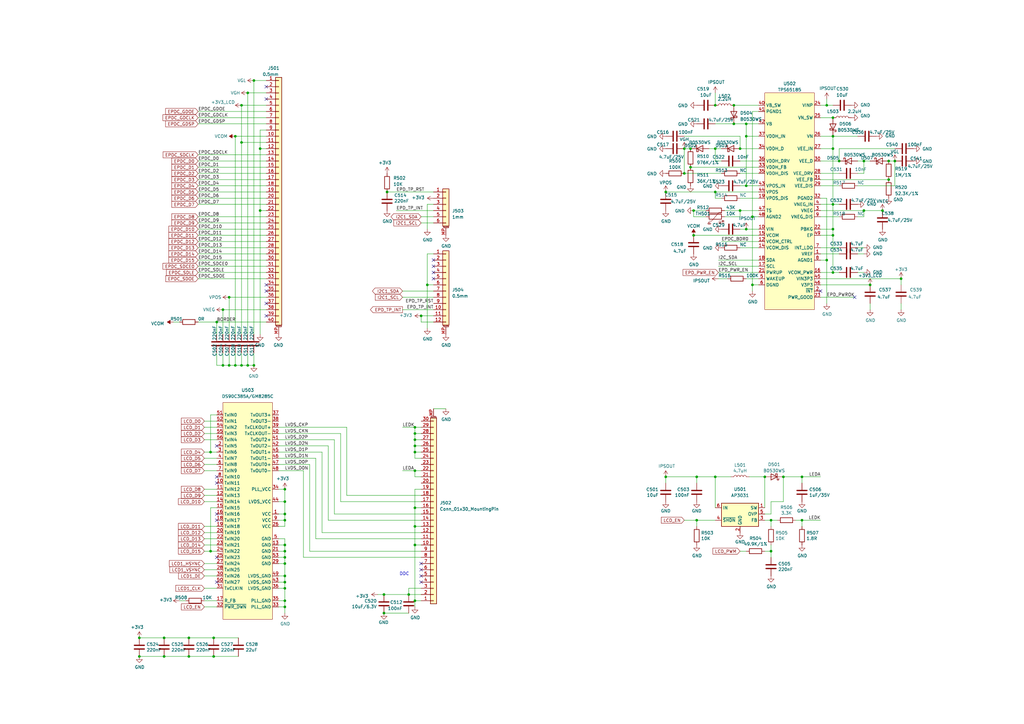
<source format=kicad_sch>
(kicad_sch (version 20210621) (generator eeschema)
  (paper "A3")
  (title_block (title "NekoInk Mainboard") (date "2021-08-21") (rev "R0.1") (company "Copyright 2021 Wenting Zhang") (comment 2 "MERCHANTABILITY, SATISFACTORY QUALITY AND FITNESS FOR A PARTICULAR PURPOSE.") (comment 3 "This source is distributed WITHOUT ANY EXPRESS OR IMPLIED WARRANTY, INCLUDING OF") (comment 4 "This source describes Open Hardware and is licensed under the CERN-OHL-P v2."))
  (junction (at 57.15 261.62) (diameter 0.9144))
  (junction (at 57.15 269.24) (diameter 0.9144))
  (junction (at 67.31 261.62) (diameter 0.9144))
  (junction (at 67.31 269.24) (diameter 0.9144))
  (junction (at 77.47 261.62) (diameter 0.9144))
  (junction (at 77.47 269.24) (diameter 0.9144))
  (junction (at 86.36 185.42) (diameter 0.9144))
  (junction (at 86.36 226.06) (diameter 0.9144))
  (junction (at 87.63 261.62) (diameter 0.9144))
  (junction (at 87.63 269.24) (diameter 0.9144))
  (junction (at 88.9 132.08) (diameter 0.9144))
  (junction (at 91.44 127) (diameter 0.9144))
  (junction (at 91.44 149.86) (diameter 0.9144))
  (junction (at 93.98 121.92) (diameter 0.9144))
  (junction (at 93.98 149.86) (diameter 0.9144))
  (junction (at 96.52 55.88) (diameter 0.9144))
  (junction (at 96.52 149.86) (diameter 0.9144))
  (junction (at 99.06 43.18) (diameter 0.9144))
  (junction (at 99.06 58.42) (diameter 0.9144))
  (junction (at 99.06 149.86) (diameter 0.9144))
  (junction (at 101.6 38.1) (diameter 0.9144))
  (junction (at 101.6 149.86) (diameter 0.9144))
  (junction (at 104.14 33.02) (diameter 0.9144))
  (junction (at 104.14 149.86) (diameter 0.9144))
  (junction (at 106.68 60.96) (diameter 0.9144))
  (junction (at 106.68 86.36) (diameter 0.9144))
  (junction (at 116.84 200.66) (diameter 0.9144))
  (junction (at 116.84 205.74) (diameter 0.9144))
  (junction (at 116.84 210.82) (diameter 0.9144))
  (junction (at 116.84 213.36) (diameter 0.9144))
  (junction (at 116.84 223.52) (diameter 0.9144))
  (junction (at 116.84 226.06) (diameter 0.9144))
  (junction (at 116.84 228.6) (diameter 0.9144))
  (junction (at 116.84 231.14) (diameter 0.9144))
  (junction (at 116.84 236.22) (diameter 0.9144))
  (junction (at 116.84 238.76) (diameter 0.9144))
  (junction (at 116.84 241.3) (diameter 0.9144))
  (junction (at 116.84 246.38) (diameter 0.9144))
  (junction (at 116.84 248.92) (diameter 0.9144))
  (junction (at 157.48 243.84) (diameter 0.9144))
  (junction (at 157.48 251.46) (diameter 0.9144))
  (junction (at 158.75 78.74) (diameter 0.9144))
  (junction (at 167.64 243.84) (diameter 0.9144))
  (junction (at 170.18 175.26) (diameter 0.9144))
  (junction (at 170.18 177.8) (diameter 0.9144))
  (junction (at 170.18 180.34) (diameter 0.9144))
  (junction (at 170.18 182.88) (diameter 0.9144))
  (junction (at 170.18 185.42) (diameter 0.9144))
  (junction (at 170.18 193.04) (diameter 0.9144))
  (junction (at 170.18 208.28) (diameter 0.9144))
  (junction (at 170.18 215.9) (diameter 0.9144))
  (junction (at 170.18 223.52) (diameter 0.9144))
  (junction (at 170.18 246.38) (diameter 0.9144))
  (junction (at 172.72 129.54) (diameter 0.9144))
  (junction (at 175.26 116.84) (diameter 0.9144))
  (junction (at 273.05 78.74) (diameter 0.9144))
  (junction (at 273.05 195.58) (diameter 0.9144))
  (junction (at 280.67 60.96) (diameter 0.9144))
  (junction (at 280.67 71.12) (diameter 0.9144))
  (junction (at 283.21 60.96) (diameter 0.9144))
  (junction (at 283.21 68.58) (diameter 0.9144))
  (junction (at 284.48 86.36) (diameter 0.9144))
  (junction (at 284.48 96.52) (diameter 0.9144))
  (junction (at 285.75 195.58) (diameter 0.9144))
  (junction (at 285.75 213.36) (diameter 0.9144))
  (junction (at 293.37 43.18) (diameter 0.9144))
  (junction (at 293.37 60.96) (diameter 0.9144))
  (junction (at 293.37 78.74) (diameter 0.9144))
  (junction (at 293.37 195.58) (diameter 0.9144))
  (junction (at 300.99 43.18) (diameter 0.9144))
  (junction (at 300.99 50.8) (diameter 0.9144))
  (junction (at 303.53 60.96) (diameter 0.9144))
  (junction (at 303.53 86.36) (diameter 0.9144))
  (junction (at 306.07 50.8) (diameter 0.9144))
  (junction (at 306.07 55.88) (diameter 0.9144))
  (junction (at 306.07 76.2) (diameter 0.9144))
  (junction (at 306.07 93.98) (diameter 0.9144))
  (junction (at 308.61 88.9) (diameter 0.9144))
  (junction (at 308.61 116.84) (diameter 0.9144))
  (junction (at 313.69 195.58) (diameter 0.9144))
  (junction (at 316.23 213.36) (diameter 0.9144))
  (junction (at 316.23 226.06) (diameter 0.9144))
  (junction (at 321.31 195.58) (diameter 0.9144))
  (junction (at 328.93 195.58) (diameter 0.9144))
  (junction (at 328.93 213.36) (diameter 0.9144))
  (junction (at 339.09 43.18) (diameter 0.9144))
  (junction (at 339.09 106.68) (diameter 0.9144))
  (junction (at 341.63 48.26) (diameter 0.9144))
  (junction (at 341.63 55.88) (diameter 0.9144))
  (junction (at 341.63 60.96) (diameter 0.9144))
  (junction (at 341.63 83.82) (diameter 0.9144))
  (junction (at 341.63 93.98) (diameter 0.9144))
  (junction (at 341.63 96.52) (diameter 0.9144))
  (junction (at 341.63 111.76) (diameter 0.9144))
  (junction (at 344.17 66.04) (diameter 0.9144))
  (junction (at 354.33 66.04) (diameter 0.9144))
  (junction (at 354.33 86.36) (diameter 0.9144))
  (junction (at 356.87 116.84) (diameter 0.9144))
  (junction (at 361.95 86.36) (diameter 0.9144))
  (junction (at 364.49 66.04) (diameter 0.9144))
  (junction (at 364.49 73.66) (diameter 0.9144))
  (junction (at 367.03 66.04) (diameter 0.9144))
  (junction (at 369.57 114.3) (diameter 0.9144))
  (no_connect (at 88.9 182.88))
  (no_connect (at 88.9 195.58))
  (no_connect (at 88.9 198.12))
  (no_connect (at 88.9 210.82))
  (no_connect (at 88.9 213.36))
  (no_connect (at 88.9 228.6))
  (no_connect (at 88.9 238.76))
  (no_connect (at 109.22 35.56))
  (no_connect (at 109.22 40.64))
  (no_connect (at 109.22 116.84))
  (no_connect (at 109.22 119.38))
  (no_connect (at 109.22 124.46))
  (no_connect (at 109.22 129.54))
  (no_connect (at 172.72 231.14))
  (no_connect (at 172.72 233.68))
  (no_connect (at 172.72 236.22))
  (no_connect (at 172.72 238.76))
  (no_connect (at 177.8 106.68))
  (no_connect (at 177.8 109.22))
  (no_connect (at 177.8 111.76))
  (no_connect (at 177.8 114.3))
  (no_connect (at 336.55 119.38))
  (no_connect (at 350.52 121.92))
  (wire (pts (xy 57.15 261.62) (xy 67.31 261.62)))
  (wire (pts (xy 67.31 269.24) (xy 57.15 269.24)))
  (wire (pts (xy 71.12 132.08) (xy 73.66 132.08)))
  (wire (pts (xy 73.66 246.38) (xy 76.2 246.38)))
  (wire (pts (xy 77.47 261.62) (xy 67.31 261.62)))
  (wire (pts (xy 77.47 269.24) (xy 67.31 269.24)))
  (wire (pts (xy 81.28 45.72) (xy 109.22 45.72)))
  (wire (pts (xy 81.28 48.26) (xy 109.22 48.26)))
  (wire (pts (xy 81.28 50.8) (xy 109.22 50.8)))
  (wire (pts (xy 81.28 63.5) (xy 109.22 63.5)))
  (wire (pts (xy 81.28 66.04) (xy 109.22 66.04)))
  (wire (pts (xy 81.28 68.58) (xy 109.22 68.58)))
  (wire (pts (xy 81.28 71.12) (xy 109.22 71.12)))
  (wire (pts (xy 81.28 73.66) (xy 109.22 73.66)))
  (wire (pts (xy 81.28 76.2) (xy 109.22 76.2)))
  (wire (pts (xy 81.28 78.74) (xy 109.22 78.74)))
  (wire (pts (xy 81.28 81.28) (xy 109.22 81.28)))
  (wire (pts (xy 81.28 83.82) (xy 109.22 83.82)))
  (wire (pts (xy 81.28 88.9) (xy 109.22 88.9)))
  (wire (pts (xy 81.28 91.44) (xy 109.22 91.44)))
  (wire (pts (xy 81.28 93.98) (xy 109.22 93.98)))
  (wire (pts (xy 81.28 96.52) (xy 109.22 96.52)))
  (wire (pts (xy 81.28 99.06) (xy 109.22 99.06)))
  (wire (pts (xy 81.28 101.6) (xy 109.22 101.6)))
  (wire (pts (xy 81.28 104.14) (xy 109.22 104.14)))
  (wire (pts (xy 81.28 106.68) (xy 109.22 106.68)))
  (wire (pts (xy 81.28 109.22) (xy 109.22 109.22)))
  (wire (pts (xy 81.28 111.76) (xy 109.22 111.76)))
  (wire (pts (xy 81.28 114.3) (xy 109.22 114.3)))
  (wire (pts (xy 81.28 132.08) (xy 88.9 132.08)))
  (wire (pts (xy 83.82 172.72) (xy 88.9 172.72)))
  (wire (pts (xy 83.82 175.26) (xy 88.9 175.26)))
  (wire (pts (xy 83.82 177.8) (xy 88.9 177.8)))
  (wire (pts (xy 83.82 180.34) (xy 88.9 180.34)))
  (wire (pts (xy 83.82 185.42) (xy 86.36 185.42)))
  (wire (pts (xy 83.82 187.96) (xy 88.9 187.96)))
  (wire (pts (xy 83.82 190.5) (xy 88.9 190.5)))
  (wire (pts (xy 83.82 193.04) (xy 88.9 193.04)))
  (wire (pts (xy 83.82 200.66) (xy 88.9 200.66)))
  (wire (pts (xy 83.82 203.2) (xy 88.9 203.2)))
  (wire (pts (xy 83.82 205.74) (xy 88.9 205.74)))
  (wire (pts (xy 83.82 215.9) (xy 88.9 215.9)))
  (wire (pts (xy 83.82 218.44) (xy 88.9 218.44)))
  (wire (pts (xy 83.82 220.98) (xy 88.9 220.98)))
  (wire (pts (xy 83.82 223.52) (xy 88.9 223.52)))
  (wire (pts (xy 83.82 226.06) (xy 86.36 226.06)))
  (wire (pts (xy 83.82 231.14) (xy 88.9 231.14)))
  (wire (pts (xy 83.82 233.68) (xy 88.9 233.68)))
  (wire (pts (xy 83.82 236.22) (xy 88.9 236.22)))
  (wire (pts (xy 83.82 241.3) (xy 88.9 241.3)))
  (wire (pts (xy 83.82 246.38) (xy 88.9 246.38)))
  (wire (pts (xy 83.82 248.92) (xy 88.9 248.92)))
  (wire (pts (xy 86.36 170.18) (xy 88.9 170.18)))
  (wire (pts (xy 86.36 185.42) (xy 86.36 170.18)))
  (wire (pts (xy 86.36 185.42) (xy 88.9 185.42)))
  (wire (pts (xy 86.36 208.28) (xy 86.36 226.06)))
  (wire (pts (xy 86.36 226.06) (xy 88.9 226.06)))
  (wire (pts (xy 87.63 261.62) (xy 77.47 261.62)))
  (wire (pts (xy 87.63 269.24) (xy 77.47 269.24)))
  (wire (pts (xy 88.9 132.08) (xy 88.9 137.16)))
  (wire (pts (xy 88.9 132.08) (xy 109.22 132.08)))
  (wire (pts (xy 88.9 144.78) (xy 88.9 149.86)))
  (wire (pts (xy 88.9 149.86) (xy 91.44 149.86)))
  (wire (pts (xy 88.9 208.28) (xy 86.36 208.28)))
  (wire (pts (xy 91.44 127) (xy 91.44 137.16)))
  (wire (pts (xy 91.44 127) (xy 109.22 127)))
  (wire (pts (xy 91.44 144.78) (xy 91.44 149.86)))
  (wire (pts (xy 91.44 149.86) (xy 93.98 149.86)))
  (wire (pts (xy 93.98 121.92) (xy 93.98 137.16)))
  (wire (pts (xy 93.98 121.92) (xy 109.22 121.92)))
  (wire (pts (xy 93.98 144.78) (xy 93.98 149.86)))
  (wire (pts (xy 93.98 149.86) (xy 96.52 149.86)))
  (wire (pts (xy 96.52 55.88) (xy 96.52 137.16)))
  (wire (pts (xy 96.52 55.88) (xy 109.22 55.88)))
  (wire (pts (xy 96.52 144.78) (xy 96.52 149.86)))
  (wire (pts (xy 96.52 149.86) (xy 99.06 149.86)))
  (wire (pts (xy 97.79 261.62) (xy 87.63 261.62)))
  (wire (pts (xy 97.79 269.24) (xy 87.63 269.24)))
  (wire (pts (xy 99.06 43.18) (xy 99.06 58.42)))
  (wire (pts (xy 99.06 43.18) (xy 109.22 43.18)))
  (wire (pts (xy 99.06 58.42) (xy 99.06 137.16)))
  (wire (pts (xy 99.06 58.42) (xy 109.22 58.42)))
  (wire (pts (xy 99.06 144.78) (xy 99.06 149.86)))
  (wire (pts (xy 99.06 149.86) (xy 101.6 149.86)))
  (wire (pts (xy 101.6 38.1) (xy 101.6 137.16)))
  (wire (pts (xy 101.6 38.1) (xy 109.22 38.1)))
  (wire (pts (xy 101.6 144.78) (xy 101.6 149.86)))
  (wire (pts (xy 101.6 149.86) (xy 104.14 149.86)))
  (wire (pts (xy 104.14 33.02) (xy 104.14 137.16)))
  (wire (pts (xy 104.14 33.02) (xy 109.22 33.02)))
  (wire (pts (xy 104.14 144.78) (xy 104.14 149.86)))
  (wire (pts (xy 106.68 53.34) (xy 106.68 60.96)))
  (wire (pts (xy 106.68 60.96) (xy 106.68 86.36)))
  (wire (pts (xy 106.68 60.96) (xy 109.22 60.96)))
  (wire (pts (xy 106.68 86.36) (xy 106.68 137.16)))
  (wire (pts (xy 106.68 86.36) (xy 109.22 86.36)))
  (wire (pts (xy 109.22 53.34) (xy 106.68 53.34)))
  (wire (pts (xy 114.3 175.26) (xy 142.24 175.26)))
  (wire (pts (xy 114.3 177.8) (xy 139.7 177.8)))
  (wire (pts (xy 114.3 180.34) (xy 137.16 180.34)))
  (wire (pts (xy 114.3 182.88) (xy 134.62 182.88)))
  (wire (pts (xy 114.3 185.42) (xy 132.08 185.42)))
  (wire (pts (xy 114.3 187.96) (xy 129.54 187.96)))
  (wire (pts (xy 114.3 190.5) (xy 127 190.5)))
  (wire (pts (xy 114.3 200.66) (xy 116.84 200.66)))
  (wire (pts (xy 114.3 205.74) (xy 116.84 205.74)))
  (wire (pts (xy 114.3 210.82) (xy 116.84 210.82)))
  (wire (pts (xy 114.3 213.36) (xy 116.84 213.36)))
  (wire (pts (xy 114.3 215.9) (xy 116.84 215.9)))
  (wire (pts (xy 114.3 220.98) (xy 116.84 220.98)))
  (wire (pts (xy 114.3 223.52) (xy 116.84 223.52)))
  (wire (pts (xy 114.3 226.06) (xy 116.84 226.06)))
  (wire (pts (xy 114.3 228.6) (xy 116.84 228.6)))
  (wire (pts (xy 114.3 231.14) (xy 116.84 231.14)))
  (wire (pts (xy 114.3 236.22) (xy 116.84 236.22)))
  (wire (pts (xy 114.3 238.76) (xy 116.84 238.76)))
  (wire (pts (xy 114.3 241.3) (xy 116.84 241.3)))
  (wire (pts (xy 114.3 246.38) (xy 116.84 246.38)))
  (wire (pts (xy 114.3 248.92) (xy 116.84 248.92)))
  (wire (pts (xy 116.84 205.74) (xy 116.84 200.66)))
  (wire (pts (xy 116.84 210.82) (xy 116.84 205.74)))
  (wire (pts (xy 116.84 213.36) (xy 116.84 210.82)))
  (wire (pts (xy 116.84 215.9) (xy 116.84 213.36)))
  (wire (pts (xy 116.84 220.98) (xy 116.84 223.52)))
  (wire (pts (xy 116.84 223.52) (xy 116.84 226.06)))
  (wire (pts (xy 116.84 226.06) (xy 116.84 228.6)))
  (wire (pts (xy 116.84 228.6) (xy 116.84 231.14)))
  (wire (pts (xy 116.84 231.14) (xy 116.84 236.22)))
  (wire (pts (xy 116.84 236.22) (xy 116.84 238.76)))
  (wire (pts (xy 116.84 238.76) (xy 116.84 241.3)))
  (wire (pts (xy 116.84 241.3) (xy 116.84 246.38)))
  (wire (pts (xy 116.84 246.38) (xy 116.84 248.92)))
  (wire (pts (xy 116.84 248.92) (xy 116.84 251.46)))
  (wire (pts (xy 124.46 193.04) (xy 114.3 193.04)))
  (wire (pts (xy 124.46 193.04) (xy 124.46 228.6)))
  (wire (pts (xy 124.46 228.6) (xy 172.72 228.6)))
  (wire (pts (xy 127 226.06) (xy 127 190.5)))
  (wire (pts (xy 129.54 187.96) (xy 129.54 220.98)))
  (wire (pts (xy 129.54 220.98) (xy 172.72 220.98)))
  (wire (pts (xy 132.08 185.42) (xy 132.08 218.44)))
  (wire (pts (xy 132.08 218.44) (xy 172.72 218.44)))
  (wire (pts (xy 134.62 182.88) (xy 134.62 213.36)))
  (wire (pts (xy 134.62 213.36) (xy 172.72 213.36)))
  (wire (pts (xy 137.16 180.34) (xy 137.16 210.82)))
  (wire (pts (xy 137.16 210.82) (xy 172.72 210.82)))
  (wire (pts (xy 139.7 177.8) (xy 139.7 205.74)))
  (wire (pts (xy 139.7 205.74) (xy 172.72 205.74)))
  (wire (pts (xy 142.24 175.26) (xy 142.24 203.2)))
  (wire (pts (xy 142.24 203.2) (xy 172.72 203.2)))
  (wire (pts (xy 154.94 243.84) (xy 157.48 243.84)))
  (wire (pts (xy 157.48 243.84) (xy 167.64 243.84)))
  (wire (pts (xy 157.48 251.46) (xy 167.64 251.46)))
  (wire (pts (xy 158.75 78.74) (xy 177.8 78.74)))
  (wire (pts (xy 165.1 119.38) (xy 177.8 119.38)))
  (wire (pts (xy 165.1 121.92) (xy 177.8 121.92)))
  (wire (pts (xy 165.1 127) (xy 177.8 127)))
  (wire (pts (xy 165.1 175.26) (xy 170.18 175.26)))
  (wire (pts (xy 165.1 193.04) (xy 170.18 193.04)))
  (wire (pts (xy 167.64 241.3) (xy 167.64 243.84)))
  (wire (pts (xy 167.64 243.84) (xy 172.72 243.84)))
  (wire (pts (xy 170.18 175.26) (xy 170.18 177.8)))
  (wire (pts (xy 170.18 175.26) (xy 172.72 175.26)))
  (wire (pts (xy 170.18 177.8) (xy 170.18 180.34)))
  (wire (pts (xy 170.18 177.8) (xy 172.72 177.8)))
  (wire (pts (xy 170.18 180.34) (xy 170.18 182.88)))
  (wire (pts (xy 170.18 180.34) (xy 172.72 180.34)))
  (wire (pts (xy 170.18 182.88) (xy 170.18 185.42)))
  (wire (pts (xy 170.18 182.88) (xy 172.72 182.88)))
  (wire (pts (xy 170.18 185.42) (xy 170.18 187.96)))
  (wire (pts (xy 170.18 185.42) (xy 172.72 185.42)))
  (wire (pts (xy 170.18 193.04) (xy 172.72 193.04)))
  (wire (pts (xy 170.18 195.58) (xy 170.18 193.04)))
  (wire (pts (xy 170.18 200.66) (xy 170.18 208.28)))
  (wire (pts (xy 170.18 208.28) (xy 170.18 215.9)))
  (wire (pts (xy 170.18 208.28) (xy 172.72 208.28)))
  (wire (pts (xy 170.18 215.9) (xy 170.18 223.52)))
  (wire (pts (xy 170.18 215.9) (xy 172.72 215.9)))
  (wire (pts (xy 170.18 223.52) (xy 170.18 246.38)))
  (wire (pts (xy 170.18 223.52) (xy 172.72 223.52)))
  (wire (pts (xy 170.18 246.38) (xy 170.18 248.92)))
  (wire (pts (xy 170.18 246.38) (xy 172.72 246.38)))
  (wire (pts (xy 172.72 88.9) (xy 177.8 88.9)))
  (wire (pts (xy 172.72 91.44) (xy 177.8 91.44)))
  (wire (pts (xy 172.72 129.54) (xy 177.8 129.54)))
  (wire (pts (xy 172.72 132.08) (xy 172.72 129.54)))
  (wire (pts (xy 172.72 187.96) (xy 170.18 187.96)))
  (wire (pts (xy 172.72 195.58) (xy 170.18 195.58)))
  (wire (pts (xy 172.72 200.66) (xy 170.18 200.66)))
  (wire (pts (xy 172.72 226.06) (xy 127 226.06)))
  (wire (pts (xy 172.72 241.3) (xy 167.64 241.3)))
  (wire (pts (xy 175.26 83.82) (xy 175.26 93.98)))
  (wire (pts (xy 175.26 104.14) (xy 175.26 116.84)))
  (wire (pts (xy 175.26 116.84) (xy 175.26 134.62)))
  (wire (pts (xy 175.26 116.84) (xy 177.8 116.84)))
  (wire (pts (xy 177.8 83.82) (xy 175.26 83.82)))
  (wire (pts (xy 177.8 86.36) (xy 162.56 86.36)))
  (wire (pts (xy 177.8 104.14) (xy 175.26 104.14)))
  (wire (pts (xy 177.8 132.08) (xy 172.72 132.08)))
  (wire (pts (xy 177.8 167.64) (xy 182.88 167.64)))
  (wire (pts (xy 273.05 78.74) (xy 293.37 78.74)))
  (wire (pts (xy 273.05 195.58) (xy 285.75 195.58)))
  (wire (pts (xy 273.05 198.12) (xy 273.05 195.58)))
  (wire (pts (xy 280.67 55.88) (xy 303.53 55.88)))
  (wire (pts (xy 280.67 60.96) (xy 283.21 60.96)))
  (wire (pts (xy 280.67 71.12) (xy 280.67 60.96)))
  (wire (pts (xy 283.21 68.58) (xy 311.15 68.58)))
  (wire (pts (xy 284.48 86.36) (xy 289.56 86.36)))
  (wire (pts (xy 284.48 88.9) (xy 284.48 86.36)))
  (wire (pts (xy 284.48 96.52) (xy 311.15 96.52)))
  (wire (pts (xy 285.75 195.58) (xy 293.37 195.58)))
  (wire (pts (xy 285.75 198.12) (xy 285.75 195.58)))
  (wire (pts (xy 285.75 213.36) (xy 280.67 213.36)))
  (wire (pts (xy 285.75 215.9) (xy 285.75 213.36)))
  (wire (pts (xy 289.56 88.9) (xy 284.48 88.9)))
  (wire (pts (xy 290.83 60.96) (xy 293.37 60.96)))
  (wire (pts (xy 293.37 38.1) (xy 293.37 43.18)))
  (wire (pts (xy 293.37 50.8) (xy 300.99 50.8)))
  (wire (pts (xy 293.37 60.96) (xy 293.37 66.04)))
  (wire (pts (xy 293.37 60.96) (xy 295.91 60.96)))
  (wire (pts (xy 293.37 78.74) (xy 311.15 78.74)))
  (wire (pts (xy 293.37 81.28) (xy 293.37 78.74)))
  (wire (pts (xy 293.37 195.58) (xy 293.37 208.28)))
  (wire (pts (xy 293.37 195.58) (xy 299.72 195.58)))
  (wire (pts (xy 293.37 213.36) (xy 285.75 213.36)))
  (wire (pts (xy 294.64 106.68) (xy 311.15 106.68)))
  (wire (pts (xy 294.64 109.22) (xy 311.15 109.22)))
  (wire (pts (xy 294.64 111.76) (xy 311.15 111.76)))
  (wire (pts (xy 294.64 114.3) (xy 298.45 114.3)))
  (wire (pts (xy 295.91 66.04) (xy 293.37 66.04)))
  (wire (pts (xy 295.91 71.12) (xy 280.67 71.12)))
  (wire (pts (xy 295.91 81.28) (xy 293.37 81.28)))
  (wire (pts (xy 297.18 86.36) (xy 303.53 86.36)))
  (wire (pts (xy 297.18 88.9) (xy 303.53 88.9)))
  (wire (pts (xy 300.99 43.18) (xy 311.15 43.18)))
  (wire (pts (xy 300.99 50.8) (xy 306.07 50.8)))
  (wire (pts (xy 303.53 55.88) (xy 303.53 60.96)))
  (wire (pts (xy 303.53 60.96) (xy 311.15 60.96)))
  (wire (pts (xy 303.53 66.04) (xy 311.15 66.04)))
  (wire (pts (xy 303.53 76.2) (xy 306.07 76.2)))
  (wire (pts (xy 303.53 86.36) (xy 311.15 86.36)))
  (wire (pts (xy 303.53 88.9) (xy 303.53 86.36)))
  (wire (pts (xy 303.53 93.98) (xy 306.07 93.98)))
  (wire (pts (xy 303.53 101.6) (xy 311.15 101.6)))
  (wire (pts (xy 303.53 226.06) (xy 306.07 226.06)))
  (wire (pts (xy 306.07 50.8) (xy 311.15 50.8)))
  (wire (pts (xy 306.07 55.88) (xy 306.07 50.8)))
  (wire (pts (xy 306.07 55.88) (xy 306.07 76.2)))
  (wire (pts (xy 306.07 76.2) (xy 311.15 76.2)))
  (wire (pts (xy 306.07 93.98) (xy 311.15 93.98)))
  (wire (pts (xy 306.07 114.3) (xy 311.15 114.3)))
  (wire (pts (xy 307.34 195.58) (xy 313.69 195.58)))
  (wire (pts (xy 308.61 45.72) (xy 308.61 88.9)))
  (wire (pts (xy 308.61 88.9) (xy 308.61 116.84)))
  (wire (pts (xy 308.61 88.9) (xy 311.15 88.9)))
  (wire (pts (xy 308.61 116.84) (xy 308.61 119.38)))
  (wire (pts (xy 308.61 116.84) (xy 311.15 116.84)))
  (wire (pts (xy 311.15 45.72) (xy 308.61 45.72)))
  (wire (pts (xy 311.15 55.88) (xy 306.07 55.88)))
  (wire (pts (xy 311.15 71.12) (xy 303.53 71.12)))
  (wire (pts (xy 311.15 81.28) (xy 303.53 81.28)))
  (wire (pts (xy 311.15 99.06) (xy 295.91 99.06)))
  (wire (pts (xy 313.69 195.58) (xy 313.69 208.28)))
  (wire (pts (xy 313.69 210.82) (xy 316.23 210.82)))
  (wire (pts (xy 313.69 213.36) (xy 316.23 213.36)))
  (wire (pts (xy 313.69 226.06) (xy 316.23 226.06)))
  (wire (pts (xy 316.23 205.74) (xy 321.31 205.74)))
  (wire (pts (xy 316.23 210.82) (xy 316.23 205.74)))
  (wire (pts (xy 316.23 213.36) (xy 318.77 213.36)))
  (wire (pts (xy 316.23 215.9) (xy 316.23 213.36)))
  (wire (pts (xy 316.23 226.06) (xy 316.23 223.52)))
  (wire (pts (xy 316.23 228.6) (xy 316.23 226.06)))
  (wire (pts (xy 321.31 195.58) (xy 328.93 195.58)))
  (wire (pts (xy 321.31 205.74) (xy 321.31 195.58)))
  (wire (pts (xy 328.93 195.58) (xy 336.55 195.58)))
  (wire (pts (xy 328.93 198.12) (xy 328.93 195.58)))
  (wire (pts (xy 328.93 213.36) (xy 326.39 213.36)))
  (wire (pts (xy 328.93 213.36) (xy 336.55 213.36)))
  (wire (pts (xy 328.93 215.9) (xy 328.93 213.36)))
  (wire (pts (xy 336.55 43.18) (xy 339.09 43.18)))
  (wire (pts (xy 336.55 48.26) (xy 341.63 48.26)))
  (wire (pts (xy 336.55 55.88) (xy 341.63 55.88)))
  (wire (pts (xy 336.55 66.04) (xy 344.17 66.04)))
  (wire (pts (xy 336.55 71.12) (xy 344.17 71.12)))
  (wire (pts (xy 336.55 73.66) (xy 364.49 73.66)))
  (wire (pts (xy 336.55 76.2) (xy 344.17 76.2)))
  (wire (pts (xy 336.55 81.28) (xy 339.09 81.28)))
  (wire (pts (xy 336.55 83.82) (xy 341.63 83.82)))
  (wire (pts (xy 336.55 86.36) (xy 354.33 86.36)))
  (wire (pts (xy 336.55 88.9) (xy 344.17 88.9)))
  (wire (pts (xy 336.55 93.98) (xy 341.63 93.98)))
  (wire (pts (xy 336.55 96.52) (xy 341.63 96.52)))
  (wire (pts (xy 336.55 101.6) (xy 344.17 101.6)))
  (wire (pts (xy 336.55 104.14) (xy 344.17 104.14)))
  (wire (pts (xy 336.55 106.68) (xy 339.09 106.68)))
  (wire (pts (xy 336.55 111.76) (xy 341.63 111.76)))
  (wire (pts (xy 336.55 114.3) (xy 369.57 114.3)))
  (wire (pts (xy 336.55 116.84) (xy 356.87 116.84)))
  (wire (pts (xy 336.55 121.92) (xy 350.52 121.92)))
  (wire (pts (xy 339.09 40.64) (xy 339.09 43.18)))
  (wire (pts (xy 339.09 43.18) (xy 341.63 43.18)))
  (wire (pts (xy 339.09 81.28) (xy 339.09 106.68)))
  (wire (pts (xy 339.09 106.68) (xy 339.09 124.46)))
  (wire (pts (xy 341.63 55.88) (xy 341.63 60.96)))
  (wire (pts (xy 341.63 55.88) (xy 351.79 55.88)))
  (wire (pts (xy 341.63 60.96) (xy 336.55 60.96)))
  (wire (pts (xy 341.63 83.82) (xy 341.63 60.96)))
  (wire (pts (xy 341.63 83.82) (xy 344.17 83.82)))
  (wire (pts (xy 341.63 93.98) (xy 341.63 83.82)))
  (wire (pts (xy 341.63 93.98) (xy 341.63 96.52)))
  (wire (pts (xy 341.63 96.52) (xy 341.63 111.76)))
  (wire (pts (xy 341.63 111.76) (xy 344.17 111.76)))
  (wire (pts (xy 344.17 60.96) (xy 344.17 66.04)))
  (wire (pts (xy 344.17 60.96) (xy 367.03 60.96)))
  (wire (pts (xy 351.79 66.04) (xy 354.33 66.04)))
  (wire (pts (xy 351.79 71.12) (xy 354.33 71.12)))
  (wire (pts (xy 351.79 76.2) (xy 367.03 76.2)))
  (wire (pts (xy 351.79 88.9) (xy 354.33 88.9)))
  (wire (pts (xy 351.79 101.6) (xy 354.33 101.6)))
  (wire (pts (xy 351.79 104.14) (xy 354.33 104.14)))
  (wire (pts (xy 351.79 111.76) (xy 354.33 111.76)))
  (wire (pts (xy 354.33 66.04) (xy 356.87 66.04)))
  (wire (pts (xy 354.33 71.12) (xy 354.33 66.04)))
  (wire (pts (xy 354.33 86.36) (xy 361.95 86.36)))
  (wire (pts (xy 354.33 88.9) (xy 354.33 86.36)))
  (wire (pts (xy 356.87 124.46) (xy 356.87 127)))
  (wire (pts (xy 364.49 66.04) (xy 367.03 66.04)))
  (wire (pts (xy 367.03 76.2) (xy 367.03 66.04)))
  (wire (pts (xy 369.57 114.3) (xy 369.57 116.84)))
  (wire (pts (xy 369.57 124.46) (xy 369.57 127)))
  (text "DDC" (at 163.83 236.22 0) (effects (font (size 1.27 1.27)) (justify left bottom)))
  (label "EPDC_GDOE" (at 81.28 45.72 0))
  (label "EPDC_GDCLK" (at 81.28 48.26 0))
  (label "EPDC_GDSP" (at 81.28 50.8 0))
  (label "EPDC_SDCLK" (at 81.28 63.5 0))
  (label "EPDC_D0" (at 81.28 66.04 0))
  (label "EPDC_D1" (at 81.28 68.58 0))
  (label "EPDC_D2" (at 81.28 71.12 0))
  (label "EPDC_D3" (at 81.28 73.66 0))
  (label "EPDC_D4" (at 81.28 76.2 0))
  (label "EPDC_D5" (at 81.28 78.74 0))
  (label "EPDC_D6" (at 81.28 81.28 0))
  (label "EPDC_D7" (at 81.28 83.82 0))
  (label "EPDC_D8" (at 81.28 88.9 0))
  (label "EPDC_D9" (at 81.28 91.44 0))
  (label "EPDC_D10" (at 81.28 93.98 0))
  (label "EPDC_D11" (at 81.28 96.52 0))
  (label "EPDC_D12" (at 81.28 99.06 0))
  (label "EPDC_D13" (at 81.28 101.6 0))
  (label "EPDC_D14" (at 81.28 104.14 0))
  (label "EPDC_D15" (at 81.28 106.68 0))
  (label "EPDC_SDCE0" (at 81.28 109.22 0))
  (label "EPDC_SDLE" (at 81.28 111.76 0))
  (label "EPDC_SDOE" (at 81.28 114.3 0))
  (label "BORDER" (at 88.9 132.08 0))
  (label "LVDS_CKP" (at 116.84 175.26 0))
  (label "LVDS_CKN" (at 116.84 177.8 0))
  (label "LVDS_D2P" (at 116.84 180.34 0))
  (label "LVDS_D2N" (at 116.84 182.88 0))
  (label "LVDS_D1P" (at 116.84 185.42 0))
  (label "LVDS_D1N" (at 116.84 187.96 0))
  (label "LVDS_D0P" (at 116.84 190.5 0))
  (label "LVDS_D0N" (at 116.84 193.04 0))
  (label "EPD_TP_RST" (at 162.56 78.74 0))
  (label "EPD_TP_INT" (at 162.56 86.36 0))
  (label "LEDK" (at 165.1 175.26 0))
  (label "LEDA" (at 165.1 193.04 0))
  (label "EPD_TP_RST" (at 177.8 124.46 180))
  (label "EPD_TP_INT" (at 177.8 127 180))
  (label "I2C_SDA" (at 294.64 106.68 0))
  (label "I2C_SCL" (at 294.64 109.22 0))
  (label "EPD_PWR_EN" (at 294.64 111.76 0))
  (label "EPDC_BDR0" (at 295.91 99.06 0))
  (label "LEDA" (at 336.55 195.58 180))
  (label "LEDK" (at 336.55 213.36 180))
  (label "EPD_PWROK" (at 350.52 121.92 180))
  (global_label "EPDC_GDOE" (shape input) (at 81.28 45.72 180) (property "Intersheet References" "${INTERSHEET_REFS}" (effects hide)))
  (global_label "EPDC_GDCLK" (shape input) (at 81.28 48.26 180) (property "Intersheet References" "${INTERSHEET_REFS}" (effects hide)))
  (global_label "EPDC_GDSP" (shape input) (at 81.28 50.8 180) (property "Intersheet References" "${INTERSHEET_REFS}" (effects hide)))
  (global_label "EPDC_SDCLK" (shape input) (at 81.28 63.5 180) (property "Intersheet References" "${INTERSHEET_REFS}" (effects hide)))
  (global_label "EPDC_D0" (shape input) (at 81.28 66.04 180) (property "Intersheet References" "${INTERSHEET_REFS}" (effects hide)))
  (global_label "EPDC_D1" (shape input) (at 81.28 68.58 180) (property "Intersheet References" "${INTERSHEET_REFS}" (effects hide)))
  (global_label "EPDC_D2" (shape input) (at 81.28 71.12 180) (property "Intersheet References" "${INTERSHEET_REFS}" (effects hide)))
  (global_label "EPDC_D3" (shape input) (at 81.28 73.66 180) (property "Intersheet References" "${INTERSHEET_REFS}" (effects hide)))
  (global_label "EPDC_D4" (shape input) (at 81.28 76.2 180) (property "Intersheet References" "${INTERSHEET_REFS}" (effects hide)))
  (global_label "EPDC_D5" (shape input) (at 81.28 78.74 180) (property "Intersheet References" "${INTERSHEET_REFS}" (effects hide)))
  (global_label "EPDC_D6" (shape input) (at 81.28 81.28 180) (property "Intersheet References" "${INTERSHEET_REFS}" (effects hide)))
  (global_label "EPDC_D7" (shape input) (at 81.28 83.82 180) (property "Intersheet References" "${INTERSHEET_REFS}" (effects hide)))
  (global_label "EPDC_D8" (shape input) (at 81.28 88.9 180) (property "Intersheet References" "${INTERSHEET_REFS}" (effects hide)))
  (global_label "EPDC_D9" (shape input) (at 81.28 91.44 180) (property "Intersheet References" "${INTERSHEET_REFS}" (effects hide)))
  (global_label "EPDC_D10" (shape input) (at 81.28 93.98 180) (property "Intersheet References" "${INTERSHEET_REFS}" (effects hide)))
  (global_label "EPDC_D11" (shape input) (at 81.28 96.52 180) (property "Intersheet References" "${INTERSHEET_REFS}" (effects hide)))
  (global_label "EPDC_D12" (shape input) (at 81.28 99.06 180) (property "Intersheet References" "${INTERSHEET_REFS}" (effects hide)))
  (global_label "EPDC_D13" (shape input) (at 81.28 101.6 180) (property "Intersheet References" "${INTERSHEET_REFS}" (effects hide)))
  (global_label "EPDC_D14" (shape input) (at 81.28 104.14 180) (property "Intersheet References" "${INTERSHEET_REFS}" (effects hide)))
  (global_label "EPDC_D15" (shape input) (at 81.28 106.68 180) (property "Intersheet References" "${INTERSHEET_REFS}" (effects hide)))
  (global_label "EPDC_SDCE0" (shape input) (at 81.28 109.22 180) (property "Intersheet References" "${INTERSHEET_REFS}" (effects hide)))
  (global_label "EPDC_SDLE" (shape input) (at 81.28 111.76 180) (property "Intersheet References" "${INTERSHEET_REFS}" (effects hide)))
  (global_label "EPDC_SDOE" (shape input) (at 81.28 114.3 180) (property "Intersheet References" "${INTERSHEET_REFS}" (effects hide)))
  (global_label "LCD_D0" (shape input) (at 83.82 172.72 180) (property "Intersheet References" "${INTERSHEET_REFS}" (effects hide)))
  (global_label "LCD_D1" (shape input) (at 83.82 175.26 180) (property "Intersheet References" "${INTERSHEET_REFS}" (effects hide)))
  (global_label "LCD_D2" (shape input) (at 83.82 177.8 180) (property "Intersheet References" "${INTERSHEET_REFS}" (effects hide)))
  (global_label "LCD_D3" (shape input) (at 83.82 180.34 180) (property "Intersheet References" "${INTERSHEET_REFS}" (effects hide)))
  (global_label "LCD_D4" (shape input) (at 83.82 185.42 180) (property "Intersheet References" "${INTERSHEET_REFS}" (effects hide)))
  (global_label "LCD_D5" (shape input) (at 83.82 187.96 180) (property "Intersheet References" "${INTERSHEET_REFS}" (effects hide)))
  (global_label "LCD_D6" (shape input) (at 83.82 190.5 180) (property "Intersheet References" "${INTERSHEET_REFS}" (effects hide)))
  (global_label "LCD_D7" (shape input) (at 83.82 193.04 180) (property "Intersheet References" "${INTERSHEET_REFS}" (effects hide)))
  (global_label "LCD_D8" (shape input) (at 83.82 200.66 180) (property "Intersheet References" "${INTERSHEET_REFS}" (effects hide)))
  (global_label "LCD_D9" (shape input) (at 83.82 203.2 180) (property "Intersheet References" "${INTERSHEET_REFS}" (effects hide)))
  (global_label "LCD_D10" (shape input) (at 83.82 205.74 180) (property "Intersheet References" "${INTERSHEET_REFS}" (effects hide)))
  (global_label "LCD_D11" (shape input) (at 83.82 215.9 180) (property "Intersheet References" "${INTERSHEET_REFS}" (effects hide)))
  (global_label "LCD_D12" (shape input) (at 83.82 218.44 180) (property "Intersheet References" "${INTERSHEET_REFS}" (effects hide)))
  (global_label "LCD_D13" (shape input) (at 83.82 220.98 180) (property "Intersheet References" "${INTERSHEET_REFS}" (effects hide)))
  (global_label "LCD_D14" (shape input) (at 83.82 223.52 180) (property "Intersheet References" "${INTERSHEET_REFS}" (effects hide)))
  (global_label "LCD_D15" (shape input) (at 83.82 226.06 180) (property "Intersheet References" "${INTERSHEET_REFS}" (effects hide)))
  (global_label "LCD1_HSYNC" (shape input) (at 83.82 231.14 180) (property "Intersheet References" "${INTERSHEET_REFS}" (effects hide)))
  (global_label "LCD1_VSYNC" (shape input) (at 83.82 233.68 180) (property "Intersheet References" "${INTERSHEET_REFS}" (effects hide)))
  (global_label "LCD1_DE" (shape input) (at 83.82 236.22 180) (property "Intersheet References" "${INTERSHEET_REFS}" (effects hide)))
  (global_label "LCD1_CLK" (shape input) (at 83.82 241.3 180) (property "Intersheet References" "${INTERSHEET_REFS}" (effects hide)))
  (global_label "LCD_EN" (shape input) (at 83.82 248.92 180) (property "Intersheet References" "${INTERSHEET_REFS}" (effects hide)))
  (global_label "I2C1_SDA" (shape bidirectional) (at 165.1 119.38 180) (property "Intersheet References" "${INTERSHEET_REFS}" (effects hide)))
  (global_label "I2C1_SCL" (shape input) (at 165.1 121.92 180) (property "Intersheet References" "${INTERSHEET_REFS}" (effects hide)))
  (global_label "EPD_TP_INT" (shape output) (at 165.1 127 180) (property "Intersheet References" "${INTERSHEET_REFS}" (effects hide)))
  (global_label "I2C1_SDA" (shape bidirectional) (at 172.72 88.9 180) (property "Intersheet References" "${INTERSHEET_REFS}" (effects hide)))
  (global_label "I2C1_SCL" (shape input) (at 172.72 91.44 180) (property "Intersheet References" "${INTERSHEET_REFS}" (effects hide)))
  (global_label "LCD_EN" (shape input) (at 280.67 213.36 180) (property "Intersheet References" "${INTERSHEET_REFS}" (effects hide)))
  (global_label "EPD_PWR_EN" (shape input) (at 294.64 111.76 180) (property "Intersheet References" "${INTERSHEET_REFS}" (effects hide)))
  (global_label "LCD_PWM" (shape input) (at 303.53 226.06 180) (property "Intersheet References" "${INTERSHEET_REFS}" (effects hide)))
  (symbol (lib_id "power:+3V3") (at 57.15 261.62 0) (unit 1)
    (property "Reference" "#PWR0152" (effects hide))
    (property "Value" "+3V3" (at 56.261 257.2258 0))
  )
  (symbol (lib_id "power:VCOM") (at 71.12 132.08 90) (unit 1)
    (property "Reference" "#PWR0501" (effects hide))
    (property "Value" "VCOM" (at 67.31 132.7149 90) (effects (justify left)))
  )
  (symbol (lib_id "power:+3V3") (at 73.66 246.38 90) (unit 1)
    (property "Reference" "#PWR0527" (effects hide))
    (property "Value" "+3V3" (at 67.9958 245.999 90))
  )
  (symbol (lib_id "symbols:VNEG") (at 91.44 127 90) (unit 1)
    (property "Reference" "#PWR0504" (effects hide))
    (property "Value" "VNEG" (at 85.725 127 90))
  )
  (symbol (lib_id "symbols:VPOS") (at 93.98 121.92 90) (unit 1)
    (property "Reference" "#PWR0507" (effects hide))
    (property "Value" "VPOS" (at 90.805 121.9199 90) (effects (justify left)))
  )
  (symbol (lib_id "power:VCOM") (at 96.52 55.88 90) (unit 1)
    (property "Reference" "#PWR0510" (effects hide))
    (property "Value" "VCOM" (at 93.345 55.8799 90) (effects (justify left)))
  )
  (symbol (lib_id "symbols:+3V3_LCD") (at 99.06 43.18 90) (unit 1)
    (property "Reference" "#PWR0511" (effects hide))
    (property "Value" "+3V3_LCD" (at 91.44 41.91 90))
  )
  (symbol (lib_id "symbols:VGH") (at 101.6 38.1 90) (unit 1)
    (property "Reference" "#PWR0512" (effects hide))
    (property "Value" "VGH" (at 96.52 38.1 90))
  )
  (symbol (lib_id "symbols:VGL") (at 104.14 33.02 90) (unit 1)
    (property "Reference" "#PWR0515" (effects hide))
    (property "Value" "VGL" (at 100.965 33.0199 90) (effects (justify left)))
  )
  (symbol (lib_id "power:+3V3") (at 116.84 200.66 0) (unit 1)
    (property "Reference" "#PWR0533" (effects hide))
    (property "Value" "+3V3" (at 115.951 196.2658 0))
  )
  (symbol (lib_id "power:+3V3") (at 154.94 243.84 90) (unit 1)
    (property "Reference" "#PWR0521" (effects hide))
    (property "Value" "+3V3" (at 151.13 244.4749 90) (effects (justify left)))
  )
  (symbol (lib_id "power:+3V3") (at 158.75 71.12 0) (unit 1)
    (property "Reference" "#PWR0523" (effects hide))
    (property "Value" "+3V3" (at 157.861 66.7258 0))
  )
  (symbol (lib_id "power:+3V3") (at 172.72 129.54 90) (mirror x) (unit 1)
    (property "Reference" "#PWR0519" (effects hide))
    (property "Value" "+3V3" (at 166.4208 129.286 90))
  )
  (symbol (lib_id "power:+3V3") (at 177.8 81.28 90) (mirror x) (unit 1)
    (property "Reference" "#PWR0528" (effects hide))
    (property "Value" "+3V3" (at 171.5008 81.026 90))
  )
  (symbol (lib_id "symbols:VPOS") (at 273.05 78.74 0) (unit 1)
    (property "Reference" "#PWR0536" (effects hide))
    (property "Value" "VPOS" (at 273.05 74.93 0))
  )
  (symbol (lib_id "symbols:IPSOUT") (at 273.05 195.58 0) (unit 1)
    (property "Reference" "#PWR0119" (effects hide))
    (property "Value" "IPSOUT" (at 273.4818 191.1858 0))
  )
  (symbol (lib_id "symbols:VGH") (at 280.67 60.96 0) (unit 1)
    (property "Reference" "#PWR0538" (effects hide))
    (property "Value" "VGH" (at 280.67 57.15 0))
  )
  (symbol (lib_id "power:VCOM") (at 284.48 96.52 0) (unit 1)
    (property "Reference" "#PWR0541" (effects hide))
    (property "Value" "VCOM" (at 284.48 92.71 0))
  )
  (symbol (lib_id "symbols:IPSOUT") (at 293.37 38.1 0) (unit 1)
    (property "Reference" "#PWR0125" (effects hide))
    (property "Value" "IPSOUT" (at 293.8018 33.7058 0))
  )
  (symbol (lib_id "symbols:IPSOUT") (at 294.64 114.3 90) (unit 1)
    (property "Reference" "#PWR0129" (effects hide))
    (property "Value" "IPSOUT" (at 287.7058 115.1382 90))
  )
  (symbol (lib_id "symbols:IPSOUT") (at 306.07 93.98 0) (unit 1)
    (property "Reference" "#PWR0115" (effects hide))
    (property "Value" "IPSOUT" (at 306.5018 89.5858 0))
  )
  (symbol (lib_id "symbols:IPSOUT") (at 339.09 40.64 0) (unit 1)
    (property "Reference" "#PWR0127" (effects hide))
    (property "Value" "IPSOUT" (at 339.5218 36.2458 0))
  )
  (symbol (lib_id "symbols:+3V3_LCD") (at 356.87 116.84 0) (unit 1)
    (property "Reference" "#PWR0560" (effects hide))
    (property "Value" "+3V3_LCD" (at 356.87 113.03 0))
  )
  (symbol (lib_id "symbols:VNEG") (at 361.95 86.36 0) (unit 1)
    (property "Reference" "#PWR0563" (effects hide))
    (property "Value" "VNEG" (at 361.95 82.55 0))
  )
  (symbol (lib_id "symbols:VGL") (at 367.03 66.04 0) (unit 1)
    (property "Reference" "#PWR0566" (effects hide))
    (property "Value" "VGL" (at 367.03 62.23 0))
  )
  (symbol (lib_id "power:+3V3") (at 369.57 114.3 0) (unit 1)
    (property "Reference" "#PWR0567" (effects hide))
    (property "Value" "+3V3" (at 369.57 110.49 0))
  )
  (symbol (lib_id "power:GND") (at 57.15 269.24 0) (unit 1)
    (property "Reference" "#PWR0153" (effects hide))
    (property "Value" "GND" (at 57.277 273.6342 0))
  )
  (symbol (lib_id "power:GND") (at 104.14 149.86 0) (mirror y) (unit 1)
    (property "Reference" "#PWR0516" (effects hide))
    (property "Value" "GND" (at 104.013 154.2542 0))
  )
  (symbol (lib_id "power:GND") (at 106.68 137.16 0) (mirror y) (unit 1)
    (property "Reference" "#PWR0517" (effects hide))
    (property "Value" "GND" (at 106.553 141.5542 0))
  )
  (symbol (lib_id "power:GND") (at 114.3 137.16 0) (mirror y) (unit 1)
    (property "Reference" "#PWR0518" (effects hide))
    (property "Value" "GND" (at 114.173 141.5542 0))
  )
  (symbol (lib_id "power:GND") (at 116.84 251.46 0) (unit 1)
    (property "Reference" "#PWR0534" (effects hide))
    (property "Value" "GND" (at 116.967 255.8542 0))
  )
  (symbol (lib_id "power:GND") (at 157.48 251.46 0) (unit 1)
    (property "Reference" "#PWR0522" (effects hide))
    (property "Value" "GND" (at 159.3849 255.27 0) (effects (justify right)))
  )
  (symbol (lib_id "power:GND") (at 158.75 86.36 0) (unit 1)
    (property "Reference" "#PWR0524" (effects hide))
    (property "Value" "GND" (at 158.877 90.7542 0))
  )
  (symbol (lib_id "power:GND") (at 170.18 248.92 0) (unit 1)
    (property "Reference" "#PWR0525" (effects hide))
    (property "Value" "GND" (at 170.307 253.3142 0))
  )
  (symbol (lib_id "power:GND") (at 175.26 93.98 0) (unit 1)
    (property "Reference" "#PWR0526" (effects hide))
    (property "Value" "GND" (at 175.387 98.3742 0))
  )
  (symbol (lib_id "power:GND") (at 175.26 134.62 0) (unit 1)
    (property "Reference" "#PWR0520" (effects hide))
    (property "Value" "GND" (at 175.387 139.0142 0))
  )
  (symbol (lib_id "power:GND") (at 182.88 96.52 0) (unit 1)
    (property "Reference" "#PWR0530" (effects hide))
    (property "Value" "GND" (at 183.007 100.9142 0))
  )
  (symbol (lib_id "power:GND") (at 182.88 137.16 0) (unit 1)
    (property "Reference" "#PWR0571" (effects hide))
    (property "Value" "GND" (at 183.007 141.5542 0))
  )
  (symbol (lib_id "power:GND") (at 182.88 167.64 0) (unit 1)
    (property "Reference" "#PWR0529" (effects hide))
    (property "Value" "GND" (at 183.007 172.0342 0))
  )
  (symbol (lib_id "power:GND") (at 273.05 55.88 270) (unit 1)
    (property "Reference" "#PWR0531" (effects hide))
    (property "Value" "GND" (at 267.3858 56.007 90))
  )
  (symbol (lib_id "power:GND") (at 273.05 60.96 270) (unit 1)
    (property "Reference" "#PWR0532" (effects hide))
    (property "Value" "GND" (at 267.3858 61.087 90))
  )
  (symbol (lib_id "power:GND") (at 273.05 71.12 270) (unit 1)
    (property "Reference" "#PWR0535" (effects hide))
    (property "Value" "GND" (at 267.3858 71.247 90))
  )
  (symbol (lib_id "power:GND") (at 273.05 86.36 0) (unit 1)
    (property "Reference" "#PWR0537" (effects hide))
    (property "Value" "GND" (at 273.177 90.7542 0))
  )
  (symbol (lib_id "power:GND") (at 273.05 205.74 0) (mirror y) (unit 1)
    (property "Reference" "#PWR0503" (effects hide))
    (property "Value" "GND" (at 273.05 209.55 0))
  )
  (symbol (lib_id "power:GND") (at 283.21 76.2 0) (unit 1)
    (property "Reference" "#PWR0539" (effects hide))
    (property "Value" "GND" (at 279.527 76.7842 0))
  )
  (symbol (lib_id "power:GND") (at 284.48 86.36 270) (unit 1)
    (property "Reference" "#PWR0540" (effects hide))
    (property "Value" "GND" (at 278.8158 86.487 90))
  )
  (symbol (lib_id "power:GND") (at 284.48 104.14 0) (unit 1)
    (property "Reference" "#PWR0542" (effects hide))
    (property "Value" "GND" (at 284.607 108.5342 0))
  )
  (symbol (lib_id "power:GND") (at 285.75 43.18 270) (unit 1)
    (property "Reference" "#PWR0543" (effects hide))
    (property "Value" "GND" (at 280.0858 43.307 90))
  )
  (symbol (lib_id "power:GND") (at 285.75 50.8 270) (unit 1)
    (property "Reference" "#PWR0544" (effects hide))
    (property "Value" "GND" (at 280.0858 50.927 90))
  )
  (symbol (lib_id "power:GND") (at 285.75 205.74 0) (mirror y) (unit 1)
    (property "Reference" "#PWR0505" (effects hide))
    (property "Value" "GND" (at 285.75 209.55 0))
  )
  (symbol (lib_id "power:GND") (at 285.75 223.52 0) (unit 1)
    (property "Reference" "#PWR0506" (effects hide))
    (property "Value" "GND" (at 285.877 227.9142 0))
  )
  (symbol (lib_id "power:GND") (at 295.91 76.2 270) (unit 1)
    (property "Reference" "#PWR0547" (effects hide))
    (property "Value" "GND" (at 290.2458 76.327 90))
  )
  (symbol (lib_id "power:GND") (at 295.91 93.98 270) (unit 1)
    (property "Reference" "#PWR0548" (effects hide))
    (property "Value" "GND" (at 290.2458 94.107 90))
  )
  (symbol (lib_id "power:GND") (at 295.91 101.6 270) (unit 1)
    (property "Reference" "#PWR0549" (effects hide))
    (property "Value" "GND" (at 290.2458 101.727 90))
  )
  (symbol (lib_id "power:GND") (at 303.53 218.44 0) (unit 1)
    (property "Reference" "#PWR0508" (effects hide))
    (property "Value" "GND" (at 303.53 222.25 0))
  )
  (symbol (lib_id "power:GND") (at 308.61 119.38 0) (unit 1)
    (property "Reference" "#PWR0551" (effects hide))
    (property "Value" "GND" (at 308.737 123.7742 0))
  )
  (symbol (lib_id "power:GND") (at 316.23 236.22 0) (unit 1)
    (property "Reference" "#PWR0509" (effects hide))
    (property "Value" "GND" (at 316.357 240.6142 0))
  )
  (symbol (lib_id "power:GND") (at 328.93 205.74 0) (unit 1)
    (property "Reference" "#PWR0513" (effects hide))
    (property "Value" "GND" (at 328.93 209.55 0))
  )
  (symbol (lib_id "power:GND") (at 328.93 223.52 0) (unit 1)
    (property "Reference" "#PWR0514" (effects hide))
    (property "Value" "GND" (at 329.057 227.9142 0))
  )
  (symbol (lib_id "power:GND") (at 339.09 124.46 0) (unit 1)
    (property "Reference" "#PWR0553" (effects hide))
    (property "Value" "GND" (at 339.217 128.8542 0))
  )
  (symbol (lib_id "power:GND") (at 349.25 43.18 90) (unit 1)
    (property "Reference" "#PWR0554" (effects hide))
    (property "Value" "GND" (at 354.9142 43.053 90))
  )
  (symbol (lib_id "power:GND") (at 349.25 48.26 90) (unit 1)
    (property "Reference" "#PWR0555" (effects hide))
    (property "Value" "GND" (at 354.9142 47.498 90))
  )
  (symbol (lib_id "power:GND") (at 351.79 83.82 90) (unit 1)
    (property "Reference" "#PWR0556" (effects hide))
    (property "Value" "GND" (at 357.4542 83.693 90))
  )
  (symbol (lib_id "power:GND") (at 354.33 101.6 90) (unit 1)
    (property "Reference" "#PWR0557" (effects hide))
    (property "Value" "GND" (at 359.9942 101.473 90))
  )
  (symbol (lib_id "power:GND") (at 354.33 104.14 90) (unit 1)
    (property "Reference" "#PWR0558" (effects hide))
    (property "Value" "GND" (at 359.9942 104.013 90))
  )
  (symbol (lib_id "power:GND") (at 354.33 111.76 90) (unit 1)
    (property "Reference" "#PWR0559" (effects hide))
    (property "Value" "GND" (at 359.9942 111.633 90))
  )
  (symbol (lib_id "power:GND") (at 356.87 127 0) (unit 1)
    (property "Reference" "#PWR0561" (effects hide))
    (property "Value" "GND" (at 356.997 131.3942 0))
  )
  (symbol (lib_id "power:GND") (at 359.41 55.88 90) (unit 1)
    (property "Reference" "#PWR0562" (effects hide))
    (property "Value" "GND" (at 365.0742 55.753 90))
  )
  (symbol (lib_id "power:GND") (at 361.95 93.98 0) (unit 1)
    (property "Reference" "#PWR0564" (effects hide))
    (property "Value" "GND" (at 362.077 98.3742 0))
  )
  (symbol (lib_id "power:GND") (at 364.49 81.28 0) (unit 1)
    (property "Reference" "#PWR0565" (effects hide))
    (property "Value" "GND" (at 368.427 81.8642 0))
  )
  (symbol (lib_id "power:GND") (at 369.57 127 0) (unit 1)
    (property "Reference" "#PWR0568" (effects hide))
    (property "Value" "GND" (at 369.697 131.3942 0))
  )
  (symbol (lib_id "power:GND") (at 374.65 60.96 90) (mirror x) (unit 1)
    (property "Reference" "#PWR0569" (effects hide))
    (property "Value" "GND" (at 380.3142 61.087 90))
  )
  (symbol (lib_id "power:GND") (at 374.65 66.04 90) (mirror x) (unit 1)
    (property "Reference" "#PWR0570" (effects hide))
    (property "Value" "GND" (at 380.3142 66.167 90))
  )
  (symbol (lib_id "Device:L") (at 297.18 43.18 90) (unit 1)
    (property "Reference" "L502" (at 297.18 39.37 90))
    (property "Value" "2.2uH" (at 297.18 40.64 90))
    (property "Footprint" "footprints:L_1212" (effects hide))
  )
  (symbol (lib_id "Device:L") (at 303.53 195.58 90) (unit 1)
    (property "Reference" "L501" (at 303.53 190.754 90))
    (property "Value" "4.7uH" (at 303.53 193.0654 90))
    (property "Footprint" "footprints:L_1212" (effects hide))
  )
  (symbol (lib_id "Device:L") (at 345.44 48.26 90) (unit 1)
    (property "Reference" "L503" (at 341.63 45.72 90))
    (property "Value" "2.2uH" (at 350.52 45.72 90))
    (property "Footprint" "footprints:L_1212" (effects hide))
  )
  (symbol (lib_id "Device:R") (at 77.47 132.08 90) (unit 1)
    (property "Reference" "R501" (at 72.39 130.81 90))
    (property "Value" "0R" (at 82.55 130.81 90))
    (property "Footprint" "Resistor_SMD:R_0402_1005Metric" (effects hide))
  )
  (symbol (lib_id "Device:R") (at 80.01 246.38 90) (unit 1)
    (property "Reference" "R508" (at 76.8349 245.11 90) (effects (justify left)))
    (property "Value" "10K" (at 86.9949 245.11 90) (effects (justify left)))
    (property "Footprint" "Resistor_SMD:R_0402_1005Metric" (effects hide))
  )
  (symbol (lib_id "Device:R") (at 158.75 74.93 0) (unit 1)
    (property "Reference" "R502" (at 161.29 73.0249 0) (effects (justify left)))
    (property "Value" "10K" (at 161.29 75.5649 0) (effects (justify left)))
    (property "Footprint" "Resistor_SMD:R_0402_1005Metric" (effects hide))
  )
  (symbol (lib_id "Device:R") (at 276.86 71.12 90) (unit 1)
    (property "Reference" "R509" (at 276.86 66.04 90))
    (property "Value" "100K" (at 276.86 68.58 90))
    (property "Footprint" "Resistor_SMD:R_0402_1005Metric" (effects hide))
  )
  (symbol (lib_id "Device:R") (at 283.21 64.77 0) (unit 1)
    (property "Reference" "R510" (at 285.75 64.1349 0) (effects (justify left)))
    (property "Value" "976K/1%" (at 285.75 66.6749 0) (effects (justify left)))
    (property "Footprint" "Resistor_SMD:R_0402_1005Metric" (effects hide))
  )
  (symbol (lib_id "Device:R") (at 283.21 72.39 0) (unit 1)
    (property "Reference" "R511" (at 285.75 71.7549 0) (effects (justify left)))
    (property "Value" "36K/1%" (at 285.75 74.2949 0) (effects (justify left)))
    (property "Footprint" "Resistor_SMD:R_0402_1005Metric" (effects hide))
  )
  (symbol (lib_id "Device:R") (at 285.75 219.71 0) (unit 1)
    (property "Reference" "R503" (at 287.528 218.5416 0) (effects (justify left)))
    (property "Value" "10K" (at 287.528 220.853 0) (effects (justify left)))
    (property "Footprint" "Resistor_SMD:R_0402_1005Metric" (effects hide))
  )
  (symbol (lib_id "Device:R") (at 293.37 86.36 90) (unit 1)
    (property "Reference" "R512" (at 288.29 85.09 90))
    (property "Value" "43K" (at 299.72 85.09 90))
    (property "Footprint" "Resistor_SMD:R_0402_1005Metric" (effects hide))
  )
  (symbol (lib_id "Device:R") (at 299.72 71.12 90) (unit 1)
    (property "Reference" "R513" (at 295.91 69.85 90))
    (property "Value" "NC" (at 304.8 69.85 90))
    (property "Footprint" "Resistor_SMD:R_0402_1005Metric" (effects hide))
  )
  (symbol (lib_id "Device:R") (at 299.72 81.28 90) (unit 1)
    (property "Reference" "R514" (at 295.91 80.01 90))
    (property "Value" "NC" (at 304.8 80.01 90))
    (property "Footprint" "Resistor_SMD:R_0402_1005Metric" (effects hide))
  )
  (symbol (lib_id "Device:R") (at 299.72 101.6 90) (unit 1)
    (property "Reference" "R515" (at 295.91 100.33 90))
    (property "Value" "NC" (at 304.8 100.33 90))
    (property "Footprint" "Resistor_SMD:R_0402_1005Metric" (effects hide))
  )
  (symbol (lib_id "Device:R") (at 302.26 114.3 90) (unit 1)
    (property "Reference" "R516" (at 297.18 113.03 90))
    (property "Value" "100K" (at 308.61 113.03 90))
    (property "Footprint" "Resistor_SMD:R_0402_1005Metric" (effects hide))
  )
  (symbol (lib_id "Device:R") (at 309.88 226.06 270) (unit 1)
    (property "Reference" "R504" (at 309.88 220.8022 90))
    (property "Value" "49.9K/1%" (at 309.88 223.1136 90))
    (property "Footprint" "Resistor_SMD:R_0402_1005Metric" (effects hide))
  )
  (symbol (lib_id "Device:R") (at 316.23 219.71 0) (unit 1)
    (property "Reference" "R505" (at 318.008 218.5416 0) (effects (justify left)))
    (property "Value" "10K" (at 318.008 220.853 0) (effects (justify left)))
    (property "Footprint" "Resistor_SMD:R_0402_1005Metric" (effects hide))
  )
  (symbol (lib_id "Device:R") (at 322.58 213.36 270) (unit 1)
    (property "Reference" "R506" (at 322.58 208.1022 90))
    (property "Value" "3.3K" (at 322.58 210.4136 90))
    (property "Footprint" "Resistor_SMD:R_0402_1005Metric" (effects hide))
  )
  (symbol (lib_id "Device:R") (at 328.93 219.71 0) (unit 1)
    (property "Reference" "R507" (at 330.708 218.5416 0) (effects (justify left)))
    (property "Value" "1.8R" (at 330.708 220.853 0) (effects (justify left)))
    (property "Footprint" "Resistor_SMD:R_0402_1005Metric" (effects hide))
  )
  (symbol (lib_id "Device:R") (at 347.98 76.2 90) (unit 1)
    (property "Reference" "R517" (at 344.17 74.93 90))
    (property "Value" "NC" (at 353.06 74.93 90))
    (property "Footprint" "Resistor_SMD:R_0402_1005Metric" (effects hide))
  )
  (symbol (lib_id "Device:R") (at 347.98 88.9 90) (unit 1)
    (property "Reference" "R518" (at 344.17 87.63 90))
    (property "Value" "NC" (at 353.06 87.63 90))
    (property "Footprint" "Resistor_SMD:R_0402_1005Metric" (effects hide))
  )
  (symbol (lib_id "Device:R") (at 364.49 69.85 0) (unit 1)
    (property "Reference" "R519" (at 367.03 69.2149 0) (effects (justify left)))
    (property "Value" "1M/1%" (at 367.03 71.7549 0) (effects (justify left)))
    (property "Footprint" "Resistor_SMD:R_0402_1005Metric" (effects hide))
  )
  (symbol (lib_id "Device:R") (at 364.49 77.47 0) (unit 1)
    (property "Reference" "R520" (at 367.03 76.8349 0) (effects (justify left)))
    (property "Value" "52.3K/1%" (at 367.03 79.3749 0) (effects (justify left)))
    (property "Footprint" "Resistor_SMD:R_0402_1005Metric" (effects hide))
  )
  (symbol (lib_id "Device:D_Schottky") (at 287.02 60.96 0) (unit 1)
    (property "Reference" "D502" (at 283.21 59.69 0))
    (property "Value" "B0530WS" (at 287.02 58.42 0))
    (property "Footprint" "Diode_SMD:D_SOD-323" (effects hide))
  )
  (symbol (lib_id "Device:D_Schottky") (at 299.72 60.96 0) (unit 1)
    (property "Reference" "D503" (at 295.91 59.69 0))
    (property "Value" "B0530WS" (at 298.45 58.42 0))
    (property "Footprint" "Diode_SMD:D_SOD-323" (effects hide))
  )
  (symbol (lib_id "Device:D_Schottky") (at 300.99 46.99 90) (unit 1)
    (property "Reference" "D504" (at 303.53 46.3549 90) (effects (justify right)))
    (property "Value" "B0530WS" (at 303.53 48.8949 90) (effects (justify right)))
    (property "Footprint" "Diode_SMD:D_SOD-323" (effects hide))
  )
  (symbol (lib_id "Diode:MBR0530") (at 317.5 195.58 180) (unit 1)
    (property "Reference" "D501" (at 317.5 190.5 0))
    (property "Value" "B0530WS" (at 317.5 193.04 0))
    (property "Footprint" "Diode_SMD:D_SOD-323" (effects hide))
    (property "Datasheet" "http://www.mccsemi.com/up_pdf/MBR0520~MBR0580(SOD123).pdf" (effects hide))
  )
  (symbol (lib_id "Device:D_Schottky") (at 341.63 52.07 270) (mirror x) (unit 1)
    (property "Reference" "D506" (at 346.71 50.8 90))
    (property "Value" "B0530WS" (at 347.98 53.34 90))
    (property "Footprint" "Diode_SMD:D_SOD-323" (effects hide))
  )
  (symbol (lib_id "Device:D_Schottky") (at 347.98 66.04 0) (unit 1)
    (property "Reference" "D505" (at 341.63 64.77 0))
    (property "Value" "B0530WS" (at 350.52 63.5 0))
    (property "Footprint" "Diode_SMD:D_SOD-323" (effects hide))
  )
  (symbol (lib_id "Device:D_Schottky") (at 360.68 66.04 0) (unit 1)
    (property "Reference" "D507" (at 355.6 64.77 0))
    (property "Value" "B0530WS" (at 361.95 63.5 0))
    (property "Footprint" "Diode_SMD:D_SOD-323" (effects hide))
  )
  (symbol (lib_id "Device:C") (at 57.15 265.43 0) (unit 1)
    (property "Reference" "C524" (at 60.071 264.2616 0) (effects (justify left)))
    (property "Value" "220nF" (at 60.071 266.573 0) (effects (justify left)))
    (property "Footprint" "Capacitor_SMD:C_0402_1005Metric" (effects hide))
  )
  (symbol (lib_id "Device:C") (at 67.31 265.43 0) (unit 1)
    (property "Reference" "C525" (at 70.231 264.2616 0) (effects (justify left)))
    (property "Value" "220nF" (at 70.231 266.573 0) (effects (justify left)))
    (property "Footprint" "Capacitor_SMD:C_0402_1005Metric" (effects hide))
  )
  (symbol (lib_id "Device:C") (at 77.47 265.43 0) (unit 1)
    (property "Reference" "C526" (at 80.391 264.2616 0) (effects (justify left)))
    (property "Value" "220nF" (at 80.391 266.573 0) (effects (justify left)))
    (property "Footprint" "Capacitor_SMD:C_0402_1005Metric" (effects hide))
  )
  (symbol (lib_id "Device:C") (at 87.63 265.43 0) (unit 1)
    (property "Reference" "C527" (at 90.551 264.2616 0) (effects (justify left)))
    (property "Value" "220nF" (at 90.551 266.573 0) (effects (justify left)))
    (property "Footprint" "Capacitor_SMD:C_0402_1005Metric" (effects hide))
  )
  (symbol (lib_id "Device:C") (at 88.9 140.97 0) (unit 1)
    (property "Reference" "C502" (at 88.011 146.1516 90) (effects (justify left)))
    (property "Value" "220nF" (at 88.011 139.573 90) (effects (justify left)))
    (property "Footprint" "Capacitor_SMD:C_0402_1005Metric" (effects hide))
  )
  (symbol (lib_id "Device:C") (at 91.44 140.97 0) (unit 1)
    (property "Reference" "C504" (at 90.551 146.1516 90) (effects (justify left)))
    (property "Value" "220nF" (at 90.551 139.573 90) (effects (justify left)))
    (property "Footprint" "Capacitor_SMD:C_0402_1005Metric" (effects hide))
  )
  (symbol (lib_id "Device:C") (at 93.98 140.97 0) (unit 1)
    (property "Reference" "C507" (at 93.091 146.1516 90) (effects (justify left)))
    (property "Value" "220nF" (at 93.091 139.573 90) (effects (justify left)))
    (property "Footprint" "Capacitor_SMD:C_0402_1005Metric" (effects hide))
  )
  (symbol (lib_id "Device:C") (at 96.52 140.97 0) (unit 1)
    (property "Reference" "C508" (at 95.631 146.1516 90) (effects (justify left)))
    (property "Value" "220nF" (at 95.631 139.573 90) (effects (justify left)))
    (property "Footprint" "Capacitor_SMD:C_0402_1005Metric" (effects hide))
  )
  (symbol (lib_id "Device:C") (at 97.79 265.43 0) (unit 1)
    (property "Reference" "C528" (at 100.711 264.2616 0) (effects (justify left)))
    (property "Value" "22uF" (at 100.711 266.573 0) (effects (justify left)))
    (property "Footprint" "Capacitor_SMD:C_0603_1608Metric" (effects hide))
  )
  (symbol (lib_id "Device:C") (at 99.06 140.97 0) (unit 1)
    (property "Reference" "C510" (at 98.171 146.1516 90) (effects (justify left)))
    (property "Value" "220nF" (at 98.171 139.573 90) (effects (justify left)))
    (property "Footprint" "Capacitor_SMD:C_0402_1005Metric" (effects hide))
  )
  (symbol (lib_id "Device:C") (at 101.6 140.97 0) (unit 1)
    (property "Reference" "C511" (at 100.711 146.1516 90) (effects (justify left)))
    (property "Value" "220nF" (at 100.711 139.573 90) (effects (justify left)))
    (property "Footprint" "Capacitor_SMD:C_0402_1005Metric" (effects hide))
  )
  (symbol (lib_id "Device:C") (at 104.14 140.97 0) (unit 1)
    (property "Reference" "C513" (at 103.251 146.1516 90) (effects (justify left)))
    (property "Value" "220nF" (at 103.251 139.573 90) (effects (justify left)))
    (property "Footprint" "Capacitor_SMD:C_0402_1005Metric" (effects hide))
  )
  (symbol (lib_id "Device:C") (at 157.48 247.65 0) (mirror y) (unit 1)
    (property "Reference" "C520" (at 154.559 246.4816 0) (effects (justify left)))
    (property "Value" "10uF/6.3V" (at 154.559 248.793 0) (effects (justify left)))
    (property "Footprint" "Capacitor_SMD:C_0603_1608Metric" (effects hide))
  )
  (symbol (lib_id "Device:C") (at 158.75 82.55 0) (unit 1)
    (property "Reference" "C514" (at 161.671 80.1116 0) (effects (justify left)))
    (property "Value" "220nF" (at 161.671 82.423 0) (effects (justify left)))
    (property "Footprint" "Capacitor_SMD:C_0402_1005Metric" (effects hide))
  )
  (symbol (lib_id "Device:C") (at 167.64 247.65 0) (mirror y) (unit 1)
    (property "Reference" "C512" (at 165.1 247.0149 0) (effects (justify left)))
    (property "Value" "100nF" (at 165.1 249.5549 0) (effects (justify left)))
    (property "Footprint" "Capacitor_SMD:C_0402_1005Metric" (effects hide))
  )
  (symbol (lib_id "Device:C") (at 273.05 82.55 180) (unit 1)
    (property "Reference" "C515" (at 277.749 79.9084 0) (effects (justify left)))
    (property "Value" "4.7uF/25V" (at 285.369 82.677 0) (effects (justify left)))
    (property "Footprint" "Capacitor_SMD:C_0805_2012Metric" (effects hide))
  )
  (symbol (lib_id "Device:C") (at 273.05 201.93 0) (mirror x) (unit 1)
    (property "Reference" "C501" (at 270.129 200.7616 0) (effects (justify right)))
    (property "Value" "10uF" (at 270.129 203.073 0) (effects (justify right)))
    (property "Footprint" "Capacitor_SMD:C_0603_1608Metric" (effects hide))
  )
  (symbol (lib_id "Device:C") (at 276.86 55.88 90) (unit 1)
    (property "Reference" "C516" (at 274.4216 54.229 90) (effects (justify left)))
    (property "Value" "100nF" (at 284.353 54.229 90) (effects (justify left)))
    (property "Footprint" "Capacitor_SMD:C_0402_1005Metric" (effects hide))
  )
  (symbol (lib_id "Device:C") (at 276.86 60.96 90) (unit 1)
    (property "Reference" "C517" (at 274.4216 59.309 90) (effects (justify left)))
    (property "Value" "4.7uF/25V" (at 280.543 64.389 90) (effects (justify left)))
    (property "Footprint" "Capacitor_SMD:C_0805_2012Metric" (effects hide))
  )
  (symbol (lib_id "Device:C") (at 284.48 100.33 180) (unit 1)
    (property "Reference" "C518" (at 280.289 100.2284 0) (effects (justify left)))
    (property "Value" "4.7uF" (at 281.559 102.997 0) (effects (justify left)))
    (property "Footprint" "Capacitor_SMD:C_0603_1608Metric" (effects hide))
  )
  (symbol (lib_id "Device:C") (at 285.75 201.93 0) (mirror x) (unit 1)
    (property "Reference" "C503" (at 282.829 200.7616 0) (effects (justify right)))
    (property "Value" "100nF" (at 282.829 203.073 0) (effects (justify right)))
    (property "Footprint" "Capacitor_SMD:C_0402_1005Metric" (effects hide))
  )
  (symbol (lib_id "Device:C") (at 289.56 43.18 90) (unit 1)
    (property "Reference" "C519" (at 290.9316 36.449 90) (effects (justify left)))
    (property "Value" "10uF" (at 291.973 38.989 90) (effects (justify left)))
    (property "Footprint" "Capacitor_SMD:C_0603_1608Metric" (effects hide))
  )
  (symbol (lib_id "Device:C") (at 289.56 50.8 90) (unit 1)
    (property "Reference" "C521" (at 287.1216 49.149 90) (effects (justify left)))
    (property "Value" "4.7uF/25V" (at 300.863 49.149 90) (effects (justify left)))
    (property "Footprint" "Capacitor_SMD:C_0805_2012Metric" (effects hide))
  )
  (symbol (lib_id "Device:C") (at 299.72 66.04 90) (unit 1)
    (property "Reference" "C522" (at 297.2816 64.389 90) (effects (justify left)))
    (property "Value" "10nF" (at 307.213 64.389 90) (effects (justify left)))
    (property "Footprint" "Capacitor_SMD:C_0402_1005Metric" (effects hide))
  )
  (symbol (lib_id "Device:C") (at 299.72 76.2 90) (unit 1)
    (property "Reference" "C523" (at 297.2816 74.549 90) (effects (justify left)))
    (property "Value" "4.7uF/25V" (at 311.023 74.549 90) (effects (justify left)))
    (property "Footprint" "Capacitor_SMD:C_0805_2012Metric" (effects hide))
  )
  (symbol (lib_id "Device:C") (at 299.72 93.98 90) (unit 1)
    (property "Reference" "C529" (at 297.2816 92.329 90) (effects (justify left)))
    (property "Value" "4.7uF" (at 305.943 92.329 90) (effects (justify left)))
    (property "Footprint" "Capacitor_SMD:C_0603_1608Metric" (effects hide))
  )
  (symbol (lib_id "Device:C") (at 316.23 232.41 180) (unit 1)
    (property "Reference" "C505" (at 319.151 231.2416 0) (effects (justify right)))
    (property "Value" "220nF" (at 319.151 233.553 0) (effects (justify right)))
    (property "Footprint" "Capacitor_SMD:C_0402_1005Metric" (effects hide))
  )
  (symbol (lib_id "Device:C") (at 328.93 201.93 180) (unit 1)
    (property "Reference" "C506" (at 331.851 200.7616 0) (effects (justify right)))
    (property "Value" "1uF/35V" (at 331.851 203.073 0) (effects (justify right)))
    (property "Footprint" "Capacitor_SMD:C_0603_1608Metric" (effects hide))
  )
  (symbol (lib_id "Device:C") (at 345.44 43.18 90) (unit 1)
    (property "Reference" "C530" (at 348.0816 36.449 90) (effects (justify left)))
    (property "Value" "10uF" (at 347.853 38.989 90) (effects (justify left)))
    (property "Footprint" "Capacitor_SMD:C_0603_1608Metric" (effects hide))
  )
  (symbol (lib_id "Device:C") (at 347.98 71.12 90) (unit 1)
    (property "Reference" "C531" (at 345.5416 69.469 90) (effects (justify left)))
    (property "Value" "10nF" (at 355.473 69.469 90) (effects (justify left)))
    (property "Footprint" "Capacitor_SMD:C_0402_1005Metric" (effects hide))
  )
  (symbol (lib_id "Device:C") (at 347.98 83.82 90) (unit 1)
    (property "Reference" "C532" (at 345.5416 82.169 90) (effects (justify left)))
    (property "Value" "4.7uF/25V" (at 359.283 82.169 90) (effects (justify left)))
    (property "Footprint" "Capacitor_SMD:C_0805_2012Metric" (effects hide))
  )
  (symbol (lib_id "Device:C") (at 347.98 101.6 90) (unit 1)
    (property "Reference" "C533" (at 345.5416 99.949 90) (effects (justify left)))
    (property "Value" "4.7uF" (at 354.203 99.949 90) (effects (justify left)))
    (property "Footprint" "Capacitor_SMD:C_0603_1608Metric" (effects hide))
  )
  (symbol (lib_id "Device:C") (at 347.98 104.14 90) (unit 1)
    (property "Reference" "C534" (at 345.5416 102.489 90) (effects (justify left)))
    (property "Value" "4.7uF" (at 354.203 102.489 90) (effects (justify left)))
    (property "Footprint" "Capacitor_SMD:C_0603_1608Metric" (effects hide))
  )
  (symbol (lib_id "Device:C") (at 347.98 111.76 90) (unit 1)
    (property "Reference" "C535" (at 345.5416 110.109 90) (effects (justify left)))
    (property "Value" "4.7uF" (at 354.203 110.109 90) (effects (justify left)))
    (property "Footprint" "Capacitor_SMD:C_0603_1608Metric" (effects hide))
  )
  (symbol (lib_id "Device:C") (at 355.6 55.88 90) (unit 1)
    (property "Reference" "C536" (at 354.4316 54.229 90) (effects (justify left)))
    (property "Value" "4.7uF/25V" (at 366.903 54.229 90) (effects (justify left)))
    (property "Footprint" "Capacitor_SMD:C_0805_2012Metric" (effects hide))
  )
  (symbol (lib_id "Device:C") (at 356.87 120.65 0) (unit 1)
    (property "Reference" "C537" (at 360.426 118.8466 0) (effects (justify left)))
    (property "Value" "4.7uF" (at 359.791 121.793 0) (effects (justify left)))
    (property "Footprint" "Capacitor_SMD:C_0603_1608Metric" (effects hide))
  )
  (symbol (lib_id "Device:C") (at 361.95 90.17 180) (unit 1)
    (property "Reference" "C538" (at 366.649 87.5284 0) (effects (justify left)))
    (property "Value" "4.7uF/25V" (at 374.269 90.297 0) (effects (justify left)))
    (property "Footprint" "Capacitor_SMD:C_0805_2012Metric" (effects hide))
  )
  (symbol (lib_id "Device:C") (at 369.57 120.65 0) (unit 1)
    (property "Reference" "C539" (at 373.126 118.8466 0) (effects (justify left)))
    (property "Value" "4.7uF" (at 372.491 121.793 0) (effects (justify left)))
    (property "Footprint" "Capacitor_SMD:C_0603_1608Metric" (effects hide))
  )
  (symbol (lib_id "Device:C") (at 370.84 60.96 90) (unit 1)
    (property "Reference" "C540" (at 368.4016 59.309 90) (effects (justify left)))
    (property "Value" "100nF" (at 378.333 59.309 90) (effects (justify left)))
    (property "Footprint" "Capacitor_SMD:C_0402_1005Metric" (effects hide))
  )
  (symbol (lib_id "Device:C") (at 370.84 66.04 270) (mirror x) (unit 1)
    (property "Reference" "C541" (at 373.2784 65.024 90) (effects (justify left)))
    (property "Value" "4.7uF/25V" (at 372.237 68.199 90) (effects (justify left)))
    (property "Footprint" "Capacitor_SMD:C_0805_2012Metric" (effects hide))
  )
  (symbol (lib_id "Device:Thermistor_NTC") (at 293.37 88.9 90) (unit 1)
    (property "Reference" "TH501" (at 288.29 87.63 90))
    (property "Value" "10K" (at 299.72 87.63 90))
    (property "Footprint" "Resistor_SMD:R_0402_1005Metric" (effects hide))
  )
  (symbol (lib_id "Connector_Generic_MountingPin:Conn_01x06_MountingPin") (at 182.88 83.82 0) (unit 1)
    (property "Reference" "J503" (at 185.42 86.4869 0) (effects (justify left)))
    (property "Value" "1mm" (at 185.42 89.0269 0) (effects (justify left)))
    (property "Footprint" "footprints:Molex_200528-0060_1x06-1MP_P1.00mm_Horizontal_Reversed" (effects hide))
  )
  (symbol (lib_id "Connector_Generic_MountingPin:Conn_01x12_MountingPin") (at 182.88 116.84 0) (unit 1)
    (property "Reference" "J504" (at 185.42 118.8719 0) (effects (justify left)))
    (property "Value" "0.5mm" (at 185.42 121.4119 0) (effects (justify left)))
    (property "Footprint" "footprints:Hirose_FH12-12S-0.5SH_1x12-1MP_P0.50mm_Horizontal_Reversed" (effects hide))
  )
  (symbol (lib_id "symbols:AP3031") (at 303.53 210.82 0) (unit 1)
    (property "Reference" "U501" (at 303.53 200.66 0))
    (property "Value" "AP3031" (at 303.53 203.2 0))
    (property "Footprint" "Package_TO_SOT_SMD:SOT-23-6" (effects hide))
    (property "Datasheet" "https://www.diodes.com/assets/Datasheets/AP3031.pdf" (effects hide))
  )
  (symbol (lib_id "Connector_Generic_MountingPin:Conn_01x30_MountingPin") (at 177.8 210.82 0) (mirror x) (unit 1)
    (property "Reference" "J502" (at 180.34 206.2479 0) (effects (justify left)))
    (property "Value" "Conn_01x30_MountingPin" (at 180.34 208.7879 0) (effects (justify left)))
    (property "Footprint" "footprints:Hirose_FH12-30S-0.5SH_1x30-1MP_P0.50mm_Horizontal_Reversed" (effects hide))
  )
  (symbol (lib_id "Connector_Generic_MountingPin:Conn_01x40_MountingPin") (at 114.3 81.28 0) (unit 1)
    (property "Reference" "J501" (at 112.268 27.94 0))
    (property "Value" "0.5mm" (at 110.998 30.48 0))
    (property "Footprint" "footprints:Hirose_FH12-40S-0.5SH_1x40-1MP_P0.50mm_Horizontal_Reversed" (effects hide))
  )
  (symbol (lib_id "symbols:DS90C385A") (at 101.6 160.02 0) (unit 1)
    (property "Reference" "U503" (at 101.6 160.02 0))
    (property "Value" "DS90C385A/GM8285C" (at 101.6 162.56 0))
    (property "Footprint" "Package_SO:TSSOP-56_6.1x14mm_P0.5mm" (effects hide))
    (property "Datasheet" "https://www.ti.com/lit/ds/symlink/ds90c385a.pdf" (effects hide))
  )
  (symbol (lib_id "symbols:TPS65185") (at 323.85 33.02 0) (unit 1)
    (property "Reference" "U502" (at 323.85 34.29 0))
    (property "Value" "TPS65185" (at 323.85 36.83 0))
    (property "Footprint" "Package_DFN_QFN:QFN-48-1EP_6x6mm_P0.4mm_EP4.2x4.2mm_ThermalVias" (effects hide))
  )
)
</source>
